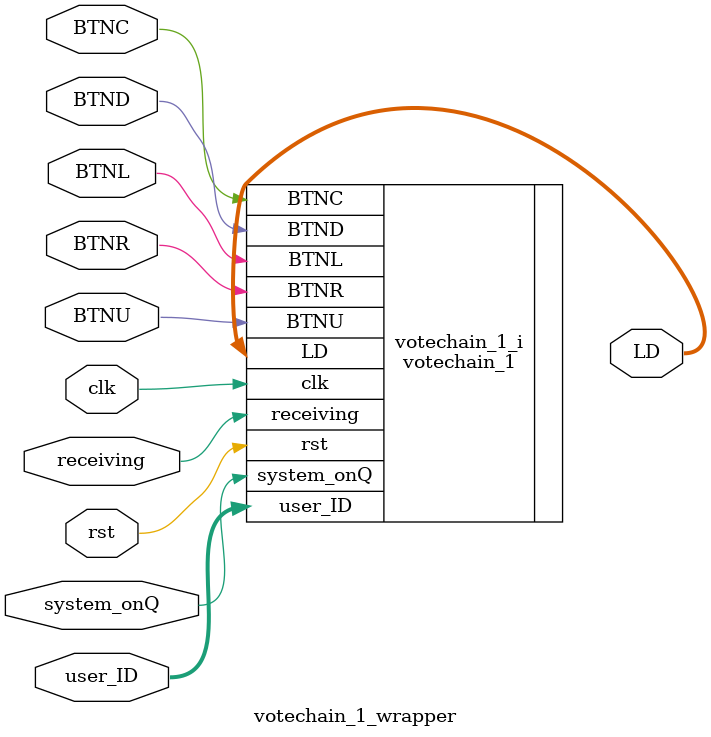
<source format=v>
`timescale 1 ps / 1 ps

module votechain_1_wrapper
   (BTNC,
    BTND,
    BTNL,
    BTNR,
    BTNU,
    LD,
    clk,
    receiving,
    rst,
    system_onQ,
    user_ID);
  input BTNC;
  input BTND;
  input BTNL;
  input BTNR;
  input BTNU;
  output [7:0]LD;
  input clk;
  input receiving;
  input rst;
  input system_onQ;
  input [7:0]user_ID;

  wire BTNC;
  wire BTND;
  wire BTNL;
  wire BTNR;
  wire BTNU;
  wire [7:0]LD;
  wire clk;
  wire receiving;
  wire rst;
  wire system_onQ;
  wire [7:0]user_ID;

  votechain_1 votechain_1_i
       (.BTNC(BTNC),
        .BTND(BTND),
        .BTNL(BTNL),
        .BTNR(BTNR),
        .BTNU(BTNU),
        .LD(LD),
        .clk(clk),
        .receiving(receiving),
        .rst(rst),
        .system_onQ(system_onQ),
        .user_ID(user_ID));
endmodule

</source>
